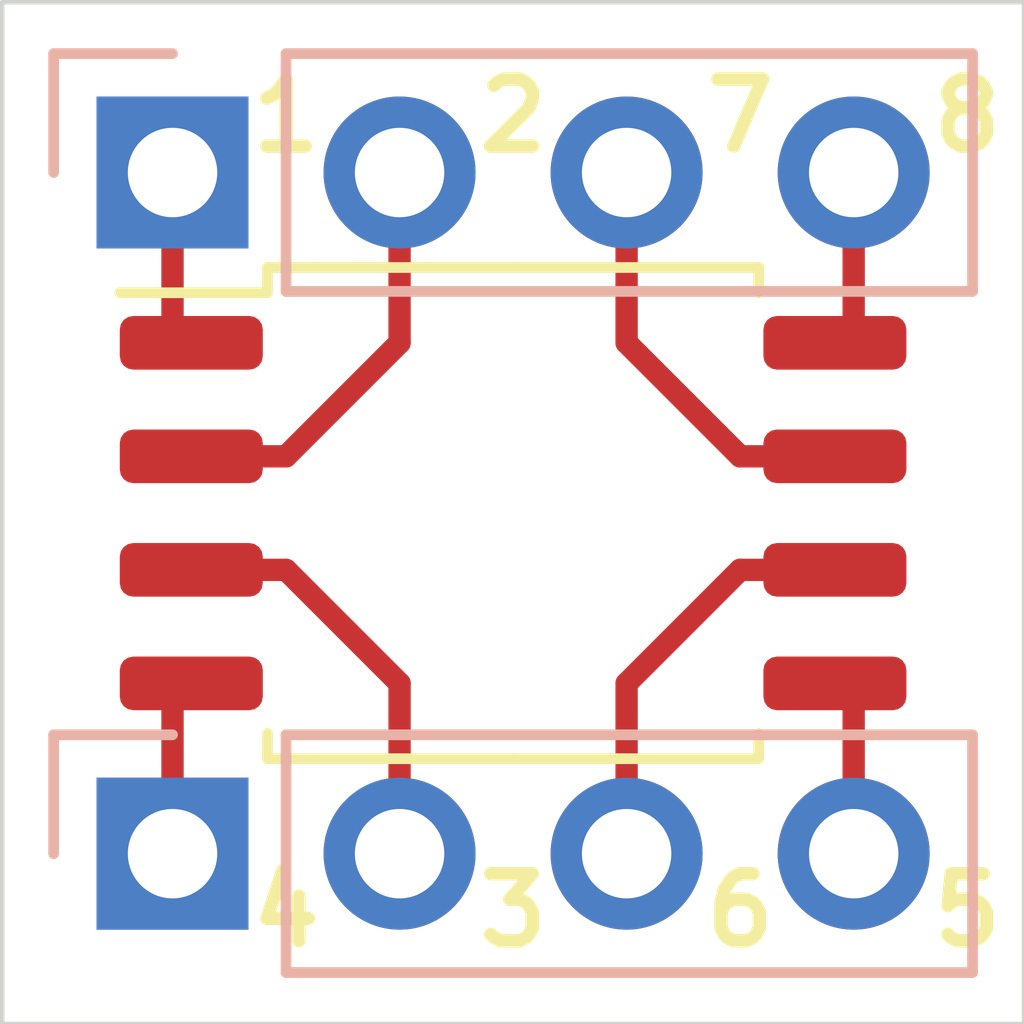
<source format=kicad_pcb>
(kicad_pcb (version 20171130) (host pcbnew "(5.1.5)-3")

  (general
    (thickness 1.6)
    (drawings 12)
    (tracks 20)
    (zones 0)
    (modules 3)
    (nets 1)
  )

  (page A4)
  (layers
    (0 F.Cu signal)
    (31 B.Cu signal)
    (32 B.Adhes user)
    (33 F.Adhes user)
    (34 B.Paste user)
    (35 F.Paste user)
    (36 B.SilkS user hide)
    (37 F.SilkS user)
    (38 B.Mask user)
    (39 F.Mask user)
    (40 Dwgs.User user)
    (41 Cmts.User user)
    (42 Eco1.User user)
    (43 Eco2.User user)
    (44 Edge.Cuts user)
    (45 Margin user)
    (46 B.CrtYd user hide)
    (47 F.CrtYd user)
    (48 B.Fab user hide)
    (49 F.Fab user hide)
  )

  (setup
    (last_trace_width 0.25)
    (trace_clearance 0.2)
    (zone_clearance 0.508)
    (zone_45_only no)
    (trace_min 0.2)
    (via_size 0.8)
    (via_drill 0.4)
    (via_min_size 0.4)
    (via_min_drill 0.3)
    (uvia_size 0.3)
    (uvia_drill 0.1)
    (uvias_allowed no)
    (uvia_min_size 0.2)
    (uvia_min_drill 0.1)
    (edge_width 0.05)
    (segment_width 0.2)
    (pcb_text_width 0.3)
    (pcb_text_size 1.5 1.5)
    (mod_edge_width 0.12)
    (mod_text_size 1 1)
    (mod_text_width 0.15)
    (pad_size 1.524 1.524)
    (pad_drill 0.762)
    (pad_to_mask_clearance 0.051)
    (solder_mask_min_width 0.25)
    (aux_axis_origin 0 0)
    (visible_elements FFFFFF7F)
    (pcbplotparams
      (layerselection 0x010fc_ffffffff)
      (usegerberextensions false)
      (usegerberattributes false)
      (usegerberadvancedattributes false)
      (creategerberjobfile false)
      (excludeedgelayer true)
      (linewidth 0.100000)
      (plotframeref false)
      (viasonmask false)
      (mode 1)
      (useauxorigin false)
      (hpglpennumber 1)
      (hpglpenspeed 20)
      (hpglpendiameter 15.000000)
      (psnegative false)
      (psa4output false)
      (plotreference true)
      (plotvalue true)
      (plotinvisibletext false)
      (padsonsilk false)
      (subtractmaskfromsilk false)
      (outputformat 1)
      (mirror false)
      (drillshape 1)
      (scaleselection 1)
      (outputdirectory ""))
  )

  (net 0 "")

  (net_class Default "Dies ist die voreingestellte Netzklasse."
    (clearance 0.2)
    (trace_width 0.25)
    (via_dia 0.8)
    (via_drill 0.4)
    (uvia_dia 0.3)
    (uvia_drill 0.1)
  )

  (module Connector_PinHeader_2.54mm:PinHeader_1x04_P2.54mm_Vertical (layer B.Cu) (tedit 59FED5CC) (tstamp 5E56A3C5)
    (at 123.19 123.19 270)
    (descr "Through hole straight pin header, 1x04, 2.54mm pitch, single row")
    (tags "Through hole pin header THT 1x04 2.54mm single row")
    (fp_text reference REF** (at 0 2.33 270) (layer B.SilkS) hide
      (effects (font (size 1 1) (thickness 0.15)) (justify mirror))
    )
    (fp_text value PinHeader_1x04_P2.54mm_Vertical (at 0 -9.95 270) (layer B.Fab)
      (effects (font (size 1 1) (thickness 0.15)) (justify mirror))
    )
    (fp_line (start -0.635 1.27) (end 1.27 1.27) (layer B.Fab) (width 0.1))
    (fp_line (start 1.27 1.27) (end 1.27 -8.89) (layer B.Fab) (width 0.1))
    (fp_line (start 1.27 -8.89) (end -1.27 -8.89) (layer B.Fab) (width 0.1))
    (fp_line (start -1.27 -8.89) (end -1.27 0.635) (layer B.Fab) (width 0.1))
    (fp_line (start -1.27 0.635) (end -0.635 1.27) (layer B.Fab) (width 0.1))
    (fp_line (start -1.33 -8.95) (end 1.33 -8.95) (layer B.SilkS) (width 0.12))
    (fp_line (start -1.33 -1.27) (end -1.33 -8.95) (layer B.SilkS) (width 0.12))
    (fp_line (start 1.33 -1.27) (end 1.33 -8.95) (layer B.SilkS) (width 0.12))
    (fp_line (start -1.33 -1.27) (end 1.33 -1.27) (layer B.SilkS) (width 0.12))
    (fp_line (start -1.33 0) (end -1.33 1.33) (layer B.SilkS) (width 0.12))
    (fp_line (start -1.33 1.33) (end 0 1.33) (layer B.SilkS) (width 0.12))
    (fp_line (start -1.8 1.8) (end -1.8 -9.4) (layer B.CrtYd) (width 0.05))
    (fp_line (start -1.8 -9.4) (end 1.8 -9.4) (layer B.CrtYd) (width 0.05))
    (fp_line (start 1.8 -9.4) (end 1.8 1.8) (layer B.CrtYd) (width 0.05))
    (fp_line (start 1.8 1.8) (end -1.8 1.8) (layer B.CrtYd) (width 0.05))
    (fp_text user %R (at 0 -3.81) (layer B.Fab)
      (effects (font (size 1 1) (thickness 0.15)) (justify mirror))
    )
    (pad 1 thru_hole rect (at 0 0 270) (size 1.7 1.7) (drill 1) (layers *.Cu *.Mask))
    (pad 2 thru_hole oval (at 0 -2.54 270) (size 1.7 1.7) (drill 1) (layers *.Cu *.Mask))
    (pad 3 thru_hole oval (at 0 -5.08 270) (size 1.7 1.7) (drill 1) (layers *.Cu *.Mask))
    (pad 4 thru_hole oval (at 0 -7.62 270) (size 1.7 1.7) (drill 1) (layers *.Cu *.Mask))
    (model ${KISYS3DMOD}/Connector_PinHeader_2.54mm.3dshapes/PinHeader_1x04_P2.54mm_Vertical.wrl
      (at (xyz 0 0 0))
      (scale (xyz 1 1 1))
      (rotate (xyz 0 0 0))
    )
  )

  (module Connector_PinHeader_2.54mm:PinHeader_1x04_P2.54mm_Vertical (layer B.Cu) (tedit 59FED5CC) (tstamp 5E56A0DA)
    (at 123.19 130.81 270)
    (descr "Through hole straight pin header, 1x04, 2.54mm pitch, single row")
    (tags "Through hole pin header THT 1x04 2.54mm single row")
    (fp_text reference REF** (at 0 2.33 270) (layer B.SilkS) hide
      (effects (font (size 1 1) (thickness 0.15)) (justify mirror))
    )
    (fp_text value PinHeader_1x04_P2.54mm_Vertical (at 0 -9.95 270) (layer B.Fab)
      (effects (font (size 1 1) (thickness 0.15)) (justify mirror))
    )
    (fp_text user %R (at 0 -3.81) (layer B.Fab)
      (effects (font (size 1 1) (thickness 0.15)) (justify mirror))
    )
    (fp_line (start 1.8 1.8) (end -1.8 1.8) (layer B.CrtYd) (width 0.05))
    (fp_line (start 1.8 -9.4) (end 1.8 1.8) (layer B.CrtYd) (width 0.05))
    (fp_line (start -1.8 -9.4) (end 1.8 -9.4) (layer B.CrtYd) (width 0.05))
    (fp_line (start -1.8 1.8) (end -1.8 -9.4) (layer B.CrtYd) (width 0.05))
    (fp_line (start -1.33 1.33) (end 0 1.33) (layer B.SilkS) (width 0.12))
    (fp_line (start -1.33 0) (end -1.33 1.33) (layer B.SilkS) (width 0.12))
    (fp_line (start -1.33 -1.27) (end 1.33 -1.27) (layer B.SilkS) (width 0.12))
    (fp_line (start 1.33 -1.27) (end 1.33 -8.95) (layer B.SilkS) (width 0.12))
    (fp_line (start -1.33 -1.27) (end -1.33 -8.95) (layer B.SilkS) (width 0.12))
    (fp_line (start -1.33 -8.95) (end 1.33 -8.95) (layer B.SilkS) (width 0.12))
    (fp_line (start -1.27 0.635) (end -0.635 1.27) (layer B.Fab) (width 0.1))
    (fp_line (start -1.27 -8.89) (end -1.27 0.635) (layer B.Fab) (width 0.1))
    (fp_line (start 1.27 -8.89) (end -1.27 -8.89) (layer B.Fab) (width 0.1))
    (fp_line (start 1.27 1.27) (end 1.27 -8.89) (layer B.Fab) (width 0.1))
    (fp_line (start -0.635 1.27) (end 1.27 1.27) (layer B.Fab) (width 0.1))
    (pad 4 thru_hole oval (at 0 -7.62 270) (size 1.7 1.7) (drill 1) (layers *.Cu *.Mask))
    (pad 3 thru_hole oval (at 0 -5.08 270) (size 1.7 1.7) (drill 1) (layers *.Cu *.Mask))
    (pad 2 thru_hole oval (at 0 -2.54 270) (size 1.7 1.7) (drill 1) (layers *.Cu *.Mask))
    (pad 1 thru_hole rect (at 0 0 270) (size 1.7 1.7) (drill 1) (layers *.Cu *.Mask))
    (model ${KISYS3DMOD}/Connector_PinHeader_2.54mm.3dshapes/PinHeader_1x04_P2.54mm_Vertical.wrl
      (at (xyz 0 0 0))
      (scale (xyz 1 1 1))
      (rotate (xyz 0 0 0))
    )
  )

  (module Package_SO:SOIC-8_5.275x5.275mm_P1.27mm (layer F.Cu) (tedit 5D9F72B1) (tstamp 5E569FF3)
    (at 127 127)
    (descr "SOIC, 8 Pin (http://ww1.microchip.com/downloads/en/DeviceDoc/20005045C.pdf#page=23), generated with kicad-footprint-generator ipc_gullwing_generator.py")
    (tags "SOIC SO")
    (attr smd)
    (fp_text reference REF** (at 0.635 0) (layer F.SilkS) hide
      (effects (font (size 1 1) (thickness 0.15)))
    )
    (fp_text value SOIC-8_5.275x5.275mm_P1.27mm (at 0 3.59) (layer F.Fab)
      (effects (font (size 1 1) (thickness 0.15)))
    )
    (fp_text user %R (at 0 0) (layer F.Fab)
      (effects (font (size 1 1) (thickness 0.15)))
    )
    (fp_line (start 4.65 -2.89) (end -4.65 -2.89) (layer F.CrtYd) (width 0.05))
    (fp_line (start 4.65 2.89) (end 4.65 -2.89) (layer F.CrtYd) (width 0.05))
    (fp_line (start -4.65 2.89) (end 4.65 2.89) (layer F.CrtYd) (width 0.05))
    (fp_line (start -4.65 -2.89) (end -4.65 2.89) (layer F.CrtYd) (width 0.05))
    (fp_line (start -2.6375 -1.6375) (end -1.6375 -2.6375) (layer F.Fab) (width 0.1))
    (fp_line (start -2.6375 2.6375) (end -2.6375 -1.6375) (layer F.Fab) (width 0.1))
    (fp_line (start 2.6375 2.6375) (end -2.6375 2.6375) (layer F.Fab) (width 0.1))
    (fp_line (start 2.6375 -2.6375) (end 2.6375 2.6375) (layer F.Fab) (width 0.1))
    (fp_line (start -1.6375 -2.6375) (end 2.6375 -2.6375) (layer F.Fab) (width 0.1))
    (fp_line (start -2.7475 -2.465) (end -4.4 -2.465) (layer F.SilkS) (width 0.12))
    (fp_line (start -2.7475 -2.7475) (end -2.7475 -2.465) (layer F.SilkS) (width 0.12))
    (fp_line (start 0 -2.7475) (end -2.7475 -2.7475) (layer F.SilkS) (width 0.12))
    (fp_line (start 2.7475 -2.7475) (end 2.7475 -2.465) (layer F.SilkS) (width 0.12))
    (fp_line (start 0 -2.7475) (end 2.7475 -2.7475) (layer F.SilkS) (width 0.12))
    (fp_line (start -2.7475 2.7475) (end -2.7475 2.465) (layer F.SilkS) (width 0.12))
    (fp_line (start 0 2.7475) (end -2.7475 2.7475) (layer F.SilkS) (width 0.12))
    (fp_line (start 2.7475 2.7475) (end 2.7475 2.465) (layer F.SilkS) (width 0.12))
    (fp_line (start 0 2.7475) (end 2.7475 2.7475) (layer F.SilkS) (width 0.12))
    (pad 8 smd roundrect (at 3.6 -1.905) (size 1.6 0.6) (layers F.Cu F.Paste F.Mask) (roundrect_rratio 0.25))
    (pad 7 smd roundrect (at 3.6 -0.635) (size 1.6 0.6) (layers F.Cu F.Paste F.Mask) (roundrect_rratio 0.25))
    (pad 6 smd roundrect (at 3.6 0.635) (size 1.6 0.6) (layers F.Cu F.Paste F.Mask) (roundrect_rratio 0.25))
    (pad 5 smd roundrect (at 3.6 1.905) (size 1.6 0.6) (layers F.Cu F.Paste F.Mask) (roundrect_rratio 0.25))
    (pad 4 smd roundrect (at -3.6 1.905) (size 1.6 0.6) (layers F.Cu F.Paste F.Mask) (roundrect_rratio 0.25))
    (pad 3 smd roundrect (at -3.6 0.635) (size 1.6 0.6) (layers F.Cu F.Paste F.Mask) (roundrect_rratio 0.25))
    (pad 2 smd roundrect (at -3.6 -0.635) (size 1.6 0.6) (layers F.Cu F.Paste F.Mask) (roundrect_rratio 0.25))
    (pad 1 smd roundrect (at -3.6 -1.905) (size 1.6 0.6) (layers F.Cu F.Paste F.Mask) (roundrect_rratio 0.25))
    (model ${KISYS3DMOD}/Package_SO.3dshapes/SOIC-8_5.275x5.275mm_P1.27mm.wrl
      (at (xyz 0 0 0))
      (scale (xyz 1 1 1))
      (rotate (xyz 0 0 0))
    )
  )

  (gr_text 5 (at 132.08 131.445) (layer F.SilkS) (tstamp 5E56A79D)
    (effects (font (size 0.75 0.75) (thickness 0.15)))
  )
  (gr_text 6 (at 129.54 131.445) (layer F.SilkS) (tstamp 5E56A79D)
    (effects (font (size 0.75 0.75) (thickness 0.15)))
  )
  (gr_text 3 (at 127 131.445) (layer F.SilkS) (tstamp 5E56A79D)
    (effects (font (size 0.75 0.75) (thickness 0.15)))
  )
  (gr_text 4 (at 124.46 131.445) (layer F.SilkS) (tstamp 5E56A79D)
    (effects (font (size 0.75 0.75) (thickness 0.15)))
  )
  (gr_text 8 (at 132.08 122.555) (layer F.SilkS) (tstamp 5E56A79D)
    (effects (font (size 0.75 0.75) (thickness 0.15)))
  )
  (gr_text 7 (at 129.54 122.555) (layer F.SilkS) (tstamp 5E56A79D)
    (effects (font (size 0.75 0.75) (thickness 0.15)))
  )
  (gr_text 2 (at 127 122.555) (layer F.SilkS) (tstamp 5E56A79D)
    (effects (font (size 0.75 0.75) (thickness 0.15)))
  )
  (gr_text 1 (at 124.46 122.555) (layer F.SilkS)
    (effects (font (size 0.75 0.75) (thickness 0.15)))
  )
  (gr_line (start 121.285 132.715) (end 121.285 121.285) (layer Edge.Cuts) (width 0.05) (tstamp 5E56A64D))
  (gr_line (start 132.715 132.715) (end 121.285 132.715) (layer Edge.Cuts) (width 0.05))
  (gr_line (start 132.715 121.285) (end 132.715 132.715) (layer Edge.Cuts) (width 0.05))
  (gr_line (start 121.285 121.285) (end 132.715 121.285) (layer Edge.Cuts) (width 0.05))

  (segment (start 123.4 126.365) (end 124.46 126.365) (width 0.25) (layer F.Cu) (net 0))
  (segment (start 125.73 125.095) (end 125.73 123.19) (width 0.25) (layer F.Cu) (net 0))
  (segment (start 124.46 126.365) (end 125.73 125.095) (width 0.25) (layer F.Cu) (net 0))
  (segment (start 123.4 127.635) (end 124.46 127.635) (width 0.25) (layer F.Cu) (net 0))
  (segment (start 125.73 128.905) (end 125.73 130.81) (width 0.25) (layer F.Cu) (net 0))
  (segment (start 124.46 127.635) (end 125.73 128.905) (width 0.25) (layer F.Cu) (net 0))
  (segment (start 123.19 129.115) (end 123.4 128.905) (width 0.25) (layer F.Cu) (net 0))
  (segment (start 123.19 130.81) (end 123.19 129.115) (width 0.25) (layer F.Cu) (net 0))
  (segment (start 123.19 124.885) (end 123.4 125.095) (width 0.25) (layer F.Cu) (net 0))
  (segment (start 123.19 123.19) (end 123.19 124.885) (width 0.25) (layer F.Cu) (net 0))
  (segment (start 130.81 124.885) (end 130.6 125.095) (width 0.25) (layer F.Cu) (net 0))
  (segment (start 130.81 123.19) (end 130.81 124.885) (width 0.25) (layer F.Cu) (net 0))
  (segment (start 130.81 129.115) (end 130.6 128.905) (width 0.25) (layer F.Cu) (net 0))
  (segment (start 130.81 130.81) (end 130.81 129.115) (width 0.25) (layer F.Cu) (net 0))
  (segment (start 130.6 127.635) (end 129.54 127.635) (width 0.25) (layer F.Cu) (net 0))
  (segment (start 128.27 128.905) (end 128.27 130.81) (width 0.25) (layer F.Cu) (net 0))
  (segment (start 129.54 127.635) (end 128.27 128.905) (width 0.25) (layer F.Cu) (net 0))
  (segment (start 130.6 126.365) (end 129.54 126.365) (width 0.25) (layer F.Cu) (net 0))
  (segment (start 128.27 125.095) (end 128.27 123.19) (width 0.25) (layer F.Cu) (net 0))
  (segment (start 129.54 126.365) (end 128.27 125.095) (width 0.25) (layer F.Cu) (net 0))

)

</source>
